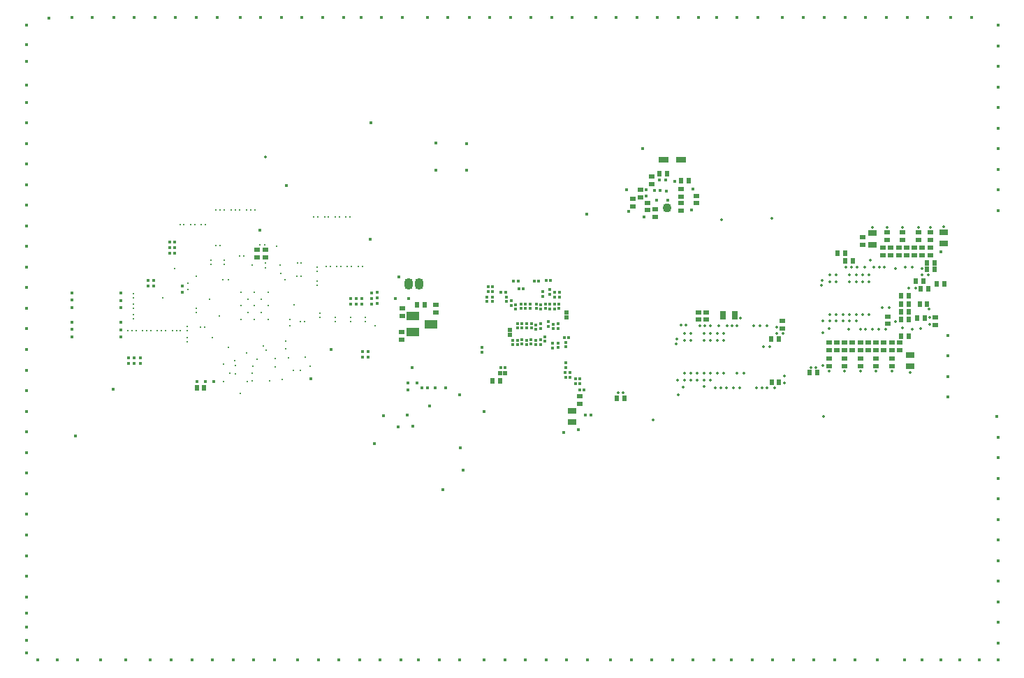
<source format=gbs>
G04*
G04 #@! TF.GenerationSoftware,Altium Limited,Altium Designer,24.0.1 (36)*
G04*
G04 Layer_Color=16711935*
%FSLAX43Y43*%
%MOMM*%
G71*
G04*
G04 #@! TF.SameCoordinates,62AF21CF-6A65-4154-AE07-A74382C3AF13*
G04*
G04*
G04 #@! TF.FilePolarity,Negative*
G04*
G01*
G75*
%ADD14C,0.450*%
%ADD15R,0.610X0.660*%
%ADD16R,0.740X0.990*%
%ADD17R,0.500X0.600*%
%ADD32R,0.990X0.740*%
%ADD33R,0.800X0.610*%
%ADD34R,0.660X0.610*%
%ADD36R,0.450X0.450*%
%ADD38R,0.610X0.800*%
%ADD39O,1.100X1.400*%
%ADD40C,0.350*%
%ADD41C,0.300*%
%ADD102R,0.450X0.450*%
%ADD103C,1.100*%
%ADD104R,0.600X0.500*%
%ADD105R,1.500X1.100*%
%ADD106R,1.100X0.740*%
%ADD107R,1.160X0.640*%
D14*
X112495Y37710D02*
D03*
Y35210D02*
D03*
X118428Y30350D02*
D03*
X112495Y32710D02*
D03*
Y40210D02*
D03*
X111715Y50340D02*
D03*
X2175Y830D02*
D03*
X4600D02*
D03*
X7050D02*
D03*
X9875D02*
D03*
X12900D02*
D03*
X15825D02*
D03*
X825Y1625D02*
D03*
Y3225D02*
D03*
Y4775D02*
D03*
Y6500D02*
D03*
X3600Y78750D02*
D03*
X825Y77825D02*
D03*
Y75500D02*
D03*
Y70575D02*
D03*
X95000Y78775D02*
D03*
X92500D02*
D03*
X115411D02*
D03*
X112911D02*
D03*
X110086D02*
D03*
X97586D02*
D03*
X100086D02*
D03*
X102586D02*
D03*
X105086D02*
D03*
X107586D02*
D03*
X51925D02*
D03*
X49425D02*
D03*
X89486D02*
D03*
X86986D02*
D03*
X84486D02*
D03*
X79836D02*
D03*
X77336D02*
D03*
X74836D02*
D03*
X72336D02*
D03*
X69836D02*
D03*
X82336D02*
D03*
X67011D02*
D03*
X54511D02*
D03*
X57011D02*
D03*
X59511D02*
D03*
X62011D02*
D03*
X64511D02*
D03*
X21436D02*
D03*
X18936D02*
D03*
X16436D02*
D03*
X13936D02*
D03*
X11436D02*
D03*
X23936D02*
D03*
X39261D02*
D03*
X26761D02*
D03*
X29261D02*
D03*
X31761D02*
D03*
X34261D02*
D03*
X36761D02*
D03*
X41411D02*
D03*
X43911D02*
D03*
X46411D02*
D03*
X28386Y830D02*
D03*
X25886D02*
D03*
X23386D02*
D03*
X20886D02*
D03*
X18386D02*
D03*
X30886D02*
D03*
X46211D02*
D03*
X33711D02*
D03*
X36211D02*
D03*
X38711D02*
D03*
X41211D02*
D03*
X43711D02*
D03*
X48361D02*
D03*
X50861D02*
D03*
X53361D02*
D03*
X107300D02*
D03*
X104000Y805D02*
D03*
X101286D02*
D03*
X96311Y830D02*
D03*
X93811D02*
D03*
X91311D02*
D03*
X88811D02*
D03*
X86311D02*
D03*
X98811D02*
D03*
X81661D02*
D03*
X79161D02*
D03*
X76661D02*
D03*
X74161D02*
D03*
X71661D02*
D03*
X84161D02*
D03*
X118625Y2850D02*
D03*
Y5350D02*
D03*
Y7850D02*
D03*
Y10350D02*
D03*
Y12850D02*
D03*
X109425Y830D02*
D03*
X111725D02*
D03*
X113975D02*
D03*
X116325D02*
D03*
X118625D02*
D03*
Y15350D02*
D03*
Y17850D02*
D03*
Y20350D02*
D03*
Y22850D02*
D03*
Y25350D02*
D03*
Y27850D02*
D03*
Y62850D02*
D03*
Y65350D02*
D03*
Y67850D02*
D03*
Y70350D02*
D03*
Y72850D02*
D03*
Y55350D02*
D03*
Y57850D02*
D03*
Y60350D02*
D03*
Y77850D02*
D03*
Y75350D02*
D03*
X825Y23475D02*
D03*
Y25975D02*
D03*
Y28475D02*
D03*
Y30975D02*
D03*
Y33475D02*
D03*
Y8475D02*
D03*
Y10975D02*
D03*
Y13475D02*
D03*
Y15975D02*
D03*
Y18475D02*
D03*
Y20975D02*
D03*
Y35975D02*
D03*
Y73500D02*
D03*
Y66000D02*
D03*
Y68500D02*
D03*
X6350Y78775D02*
D03*
X8850D02*
D03*
X6800Y27975D02*
D03*
X23575Y34600D02*
D03*
X42656Y44024D02*
D03*
X37800Y38525D02*
D03*
X53329Y32955D02*
D03*
X47189Y44713D02*
D03*
X21490Y34600D02*
D03*
X22500D02*
D03*
X42575Y65995D02*
D03*
X50389Y33869D02*
D03*
X68777Y54958D02*
D03*
X49725Y31600D02*
D03*
X47672Y29202D02*
D03*
X48200Y34420D02*
D03*
X47112Y33546D02*
D03*
X46975Y30500D02*
D03*
X47125Y34425D02*
D03*
X47625Y36300D02*
D03*
X50450Y60275D02*
D03*
Y63575D02*
D03*
X45995Y47305D02*
D03*
X53800Y23875D02*
D03*
X53467Y26550D02*
D03*
X51350Y21475D02*
D03*
X54175Y63500D02*
D03*
X54195Y60275D02*
D03*
X42252Y38285D02*
D03*
X41577D02*
D03*
X14637Y36823D02*
D03*
X13912D02*
D03*
X14637Y37498D02*
D03*
X13912D02*
D03*
X13187D02*
D03*
Y36823D02*
D03*
X19700Y46198D02*
D03*
X16298Y46890D02*
D03*
X15623D02*
D03*
X16298Y46165D02*
D03*
X15623D02*
D03*
X18850Y51523D02*
D03*
Y50848D02*
D03*
Y50173D02*
D03*
X18175D02*
D03*
Y50848D02*
D03*
Y51523D02*
D03*
X19702Y45473D02*
D03*
X42535Y51865D02*
D03*
X29100Y52950D02*
D03*
X42656Y45374D02*
D03*
Y44699D02*
D03*
X43326Y44729D02*
D03*
Y45404D02*
D03*
X41473Y44713D02*
D03*
X40798D02*
D03*
X40123D02*
D03*
Y44038D02*
D03*
X40798D02*
D03*
X41473D02*
D03*
X43326Y44054D02*
D03*
X35350Y34945D02*
D03*
X42252Y37560D02*
D03*
X41577D02*
D03*
X32365Y58430D02*
D03*
X45533Y44683D02*
D03*
X12276Y44465D02*
D03*
X12251Y41802D02*
D03*
Y40902D02*
D03*
X12276Y45365D02*
D03*
X6348Y43576D02*
D03*
Y40914D02*
D03*
Y44476D02*
D03*
X12276Y43565D02*
D03*
X6348Y45376D02*
D03*
Y40014D02*
D03*
X11387Y33647D02*
D03*
X12251Y40002D02*
D03*
X6348Y41814D02*
D03*
X44087Y30462D02*
D03*
X43063Y27050D02*
D03*
X45909Y29117D02*
D03*
X75500Y62900D02*
D03*
X73575Y57875D02*
D03*
X73884Y55227D02*
D03*
X56293Y30993D02*
D03*
X825Y51000D02*
D03*
Y48500D02*
D03*
Y46000D02*
D03*
Y43500D02*
D03*
Y41000D02*
D03*
Y38500D02*
D03*
Y63500D02*
D03*
Y61000D02*
D03*
Y58500D02*
D03*
Y56000D02*
D03*
Y53500D02*
D03*
X68836Y830D02*
D03*
X56336D02*
D03*
X58836D02*
D03*
X61336D02*
D03*
X63836D02*
D03*
X66336D02*
D03*
X51631Y33875D02*
D03*
X49475Y33855D02*
D03*
X48806D02*
D03*
X77675Y57800D02*
D03*
X81600Y57950D02*
D03*
X69284Y30569D02*
D03*
X65956Y28400D02*
D03*
X67730Y28759D02*
D03*
X68584Y30569D02*
D03*
X81475Y55405D02*
D03*
X78550Y56630D02*
D03*
X77250D02*
D03*
X76975Y57805D02*
D03*
X75925Y57145D02*
D03*
Y57880D02*
D03*
X78350Y59055D02*
D03*
X77575Y59080D02*
D03*
X79450Y58930D02*
D03*
X78375Y57705D02*
D03*
X75675Y54605D02*
D03*
D15*
X112103Y46453D02*
D03*
X111203D02*
D03*
X110928Y49027D02*
D03*
X110028D02*
D03*
X110928Y48202D02*
D03*
X110028D02*
D03*
X72439Y32556D02*
D03*
X73339D02*
D03*
X110028Y44027D02*
D03*
X109128D02*
D03*
X109728Y42327D02*
D03*
X108828D02*
D03*
X91153Y39752D02*
D03*
X92053D02*
D03*
X91178Y34527D02*
D03*
X92078D02*
D03*
X96680Y35668D02*
D03*
X95780D02*
D03*
X77575Y59864D02*
D03*
X78475D02*
D03*
D16*
X85280Y42670D02*
D03*
X86680D02*
D03*
D17*
X58275Y35625D02*
D03*
X58875D02*
D03*
D32*
X112053Y51328D02*
D03*
Y52728D02*
D03*
X103363Y51228D02*
D03*
Y52628D02*
D03*
X107928Y37827D02*
D03*
Y36427D02*
D03*
D33*
X102228Y52098D02*
D03*
Y51198D02*
D03*
X108478Y49952D02*
D03*
Y50852D02*
D03*
X110378Y49952D02*
D03*
Y50852D02*
D03*
X109428Y49952D02*
D03*
Y50852D02*
D03*
X74375Y56775D02*
D03*
Y55875D02*
D03*
X80175Y55355D02*
D03*
Y56255D02*
D03*
X101928Y39302D02*
D03*
Y38402D02*
D03*
X103828Y39302D02*
D03*
Y38402D02*
D03*
X102878Y39302D02*
D03*
Y38402D02*
D03*
X107528Y49952D02*
D03*
Y50852D02*
D03*
X105628Y49952D02*
D03*
Y50852D02*
D03*
X106578D02*
D03*
Y49952D02*
D03*
X104678D02*
D03*
Y50852D02*
D03*
X100978Y39302D02*
D03*
Y38402D02*
D03*
X99078Y39302D02*
D03*
Y38402D02*
D03*
X100028Y39302D02*
D03*
Y38402D02*
D03*
X98128Y39302D02*
D03*
Y38402D02*
D03*
X83268Y43023D02*
D03*
Y42123D02*
D03*
X82268Y42125D02*
D03*
Y43025D02*
D03*
X104778Y38402D02*
D03*
Y39302D02*
D03*
X105728D02*
D03*
Y38402D02*
D03*
X106678Y39302D02*
D03*
Y38402D02*
D03*
X105228Y41602D02*
D03*
Y42502D02*
D03*
X46300Y39675D02*
D03*
Y40575D02*
D03*
X28805Y49680D02*
D03*
Y50580D02*
D03*
X29780Y49680D02*
D03*
Y50580D02*
D03*
X67890Y32815D02*
D03*
Y31915D02*
D03*
X80171Y57061D02*
D03*
Y57961D02*
D03*
D34*
X108953Y52702D02*
D03*
Y51802D02*
D03*
X107053Y52702D02*
D03*
Y51802D02*
D03*
X105153Y52702D02*
D03*
Y51802D02*
D03*
X110403Y52702D02*
D03*
Y51802D02*
D03*
X77027Y54605D02*
D03*
Y55505D02*
D03*
X111003Y42402D02*
D03*
Y41502D02*
D03*
X76110Y55405D02*
D03*
Y56305D02*
D03*
X101928Y36477D02*
D03*
Y37377D02*
D03*
X103828Y36477D02*
D03*
Y37377D02*
D03*
X105728Y36477D02*
D03*
Y37377D02*
D03*
X98128Y36477D02*
D03*
Y37377D02*
D03*
X100028Y36477D02*
D03*
Y37377D02*
D03*
X92453Y41027D02*
D03*
Y41927D02*
D03*
X50485Y42988D02*
D03*
Y43888D02*
D03*
X46382Y42565D02*
D03*
Y43465D02*
D03*
X76615Y59480D02*
D03*
Y58580D02*
D03*
X75260Y56980D02*
D03*
Y57880D02*
D03*
X82015Y56255D02*
D03*
Y57155D02*
D03*
D36*
X66171Y35716D02*
D03*
X66721D02*
D03*
X66015Y39900D02*
D03*
X66565D02*
D03*
X62950Y46787D02*
D03*
X62400D02*
D03*
X60525Y45850D02*
D03*
X61075D02*
D03*
X58900Y45425D02*
D03*
X58350D02*
D03*
X60452Y46829D02*
D03*
X59902D02*
D03*
X63850Y46837D02*
D03*
X64400D02*
D03*
X58325Y36331D02*
D03*
X58875D02*
D03*
X67925Y34925D02*
D03*
X67375D02*
D03*
X68440Y33588D02*
D03*
X67890D02*
D03*
X67925Y34350D02*
D03*
X67375D02*
D03*
X66198Y35094D02*
D03*
X66748D02*
D03*
D38*
X108678Y46802D02*
D03*
X109578D02*
D03*
X106853Y40127D02*
D03*
X107753D02*
D03*
X106853Y42127D02*
D03*
X107753D02*
D03*
X109228Y45852D02*
D03*
X110128D02*
D03*
X99182Y50175D02*
D03*
X100082D02*
D03*
X100095Y49217D02*
D03*
X100995D02*
D03*
X106853Y43077D02*
D03*
X107753D02*
D03*
X106853Y44027D02*
D03*
X107753D02*
D03*
Y44977D02*
D03*
X106853D02*
D03*
X48183Y43917D02*
D03*
X49083D02*
D03*
X22400Y33879D02*
D03*
X21500D02*
D03*
X57323Y34723D02*
D03*
X58223D02*
D03*
X80207Y58980D02*
D03*
X81107D02*
D03*
D39*
X47175Y46475D02*
D03*
X48425D02*
D03*
D40*
X103143Y49370D02*
D03*
X100500Y40990D02*
D03*
X84766Y41379D02*
D03*
X83780Y41398D02*
D03*
X110276Y43405D02*
D03*
X76844Y29925D02*
D03*
X97475Y30350D02*
D03*
X91234Y54385D02*
D03*
X85100Y54256D02*
D03*
X29780Y61900D02*
D03*
X82978Y35604D02*
D03*
X82178D02*
D03*
X83778D02*
D03*
X87778D02*
D03*
X80578D02*
D03*
X81378D02*
D03*
X86978D02*
D03*
X84578D02*
D03*
X85378D02*
D03*
X83088Y41406D02*
D03*
X82978Y39604D02*
D03*
X82440Y41403D02*
D03*
X83778Y40404D02*
D03*
Y39604D02*
D03*
X82978Y40404D02*
D03*
X90578Y41354D02*
D03*
X91778Y40404D02*
D03*
X90978Y38804D02*
D03*
X91778Y41204D02*
D03*
X89778Y41354D02*
D03*
X90178Y38804D02*
D03*
X79653Y39779D02*
D03*
X80778Y41429D02*
D03*
X81378Y40404D02*
D03*
X80578D02*
D03*
X80178Y41429D02*
D03*
X81378Y39604D02*
D03*
X80578D02*
D03*
X79628Y39179D02*
D03*
X88978Y41354D02*
D03*
X85375Y39615D02*
D03*
X86978Y41354D02*
D03*
X87354Y42317D02*
D03*
X86378Y41354D02*
D03*
X84578Y39604D02*
D03*
X85378Y40404D02*
D03*
X85778Y41379D02*
D03*
X84578Y40404D02*
D03*
X102203Y42729D02*
D03*
X103003D02*
D03*
X101403Y41929D02*
D03*
Y42729D02*
D03*
X101978Y40929D02*
D03*
X103378Y40979D02*
D03*
X102578Y40929D02*
D03*
X91553Y33879D02*
D03*
X87328Y33854D02*
D03*
X83778Y34804D02*
D03*
X90578Y33854D02*
D03*
X89978D02*
D03*
X89378D02*
D03*
X82978Y34004D02*
D03*
X84378Y33854D02*
D03*
X85728D02*
D03*
X84978D02*
D03*
X86528D02*
D03*
X92728Y34454D02*
D03*
Y35254D02*
D03*
X82978Y34804D02*
D03*
X82178D02*
D03*
X107028Y41154D02*
D03*
X104603Y43579D02*
D03*
X108203Y40979D02*
D03*
X104978D02*
D03*
X109195Y41004D02*
D03*
X110353Y41554D02*
D03*
X105403Y43579D02*
D03*
X106228Y41904D02*
D03*
X104178Y40979D02*
D03*
X110353Y42354D02*
D03*
X101928Y35854D02*
D03*
X103828D02*
D03*
X107928Y35704D02*
D03*
X95928Y36329D02*
D03*
X105728Y35854D02*
D03*
X100028D02*
D03*
X98128D02*
D03*
X97422Y36585D02*
D03*
X96528Y36304D02*
D03*
X98203Y42729D02*
D03*
Y41929D02*
D03*
X99803D02*
D03*
X99003D02*
D03*
X92578Y40404D02*
D03*
X99803Y42729D02*
D03*
X100603D02*
D03*
X99003D02*
D03*
X100603Y41929D02*
D03*
X98152Y41071D02*
D03*
X97420Y40520D02*
D03*
X97403Y41929D02*
D03*
X81378Y34804D02*
D03*
X79778D02*
D03*
X73189Y33206D02*
D03*
X80578Y34804D02*
D03*
X80458Y33939D02*
D03*
X79841Y33017D02*
D03*
X72589Y33206D02*
D03*
X108603Y45929D02*
D03*
X107803D02*
D03*
X97253Y46304D02*
D03*
X97278Y46904D02*
D03*
X109403Y47529D02*
D03*
X110428Y53354D02*
D03*
X107053Y53329D02*
D03*
X109403Y48329D02*
D03*
X107413Y48470D02*
D03*
X110203Y47529D02*
D03*
X106203Y48329D02*
D03*
X108213Y48479D02*
D03*
X108953Y53329D02*
D03*
X103003Y46729D02*
D03*
Y47529D02*
D03*
X102203Y46729D02*
D03*
Y47529D02*
D03*
X101403D02*
D03*
X98203D02*
D03*
X100603Y46729D02*
D03*
X101403D02*
D03*
X99003D02*
D03*
X98203D02*
D03*
X100603Y47529D02*
D03*
X99003D02*
D03*
X112053Y53379D02*
D03*
X103603Y48479D02*
D03*
X104803D02*
D03*
X104203D02*
D03*
X101492Y48517D02*
D03*
X105153Y53329D02*
D03*
X103360Y53352D02*
D03*
X100860Y48517D02*
D03*
X100158D02*
D03*
X102483Y48523D02*
D03*
D41*
X28240Y35580D02*
D03*
X15926Y40798D02*
D03*
X15425D02*
D03*
X17726D02*
D03*
X17225D02*
D03*
X16724D02*
D03*
X14924D02*
D03*
X29568Y38952D02*
D03*
X20325Y40750D02*
D03*
X19526Y40798D02*
D03*
X19025D02*
D03*
X18524D02*
D03*
X20325Y39400D02*
D03*
Y39900D02*
D03*
X24725Y36760D02*
D03*
X26110Y37175D02*
D03*
X23410Y39977D02*
D03*
X25335Y38737D02*
D03*
X28300Y36460D02*
D03*
X29870Y38377D02*
D03*
X27565Y38110D02*
D03*
X34025Y35990D02*
D03*
X33200Y35930D02*
D03*
X32235Y38570D02*
D03*
X30985Y36420D02*
D03*
X28785Y37270D02*
D03*
X41904Y41900D02*
D03*
X36420Y42875D02*
D03*
X41904Y42401D02*
D03*
X43100Y41400D02*
D03*
X38304Y41900D02*
D03*
X26850Y42150D02*
D03*
X34125Y47350D02*
D03*
X33625D02*
D03*
X32170Y46930D02*
D03*
X33675Y49000D02*
D03*
X34175D02*
D03*
X38450Y48575D02*
D03*
X38950D02*
D03*
X37150D02*
D03*
X37650D02*
D03*
X36050Y46825D02*
D03*
X36075Y47975D02*
D03*
Y48475D02*
D03*
X36050Y46325D02*
D03*
X13850Y45300D02*
D03*
Y44800D02*
D03*
Y44000D02*
D03*
X20385Y45750D02*
D03*
Y46575D02*
D03*
X21400Y43525D02*
D03*
X17395Y44790D02*
D03*
X13850Y43500D02*
D03*
X19951Y53623D02*
D03*
X19450D02*
D03*
X18850Y48290D02*
D03*
X27524Y55425D02*
D03*
X28025D02*
D03*
X28526D02*
D03*
X25674D02*
D03*
X26175D02*
D03*
X26676D02*
D03*
X24826D02*
D03*
X24325D02*
D03*
X21251Y53623D02*
D03*
X20750D02*
D03*
X22551D02*
D03*
X22050D02*
D03*
X24276Y51123D02*
D03*
X23775D02*
D03*
X23824Y55425D02*
D03*
X24675Y46975D02*
D03*
X25325D02*
D03*
X30150Y45450D02*
D03*
Y43800D02*
D03*
X28500D02*
D03*
X23008Y44625D02*
D03*
X21450Y47348D02*
D03*
X26850Y43800D02*
D03*
Y45450D02*
D03*
X39525Y54575D02*
D03*
X40025D02*
D03*
X41050Y48575D02*
D03*
X41550D02*
D03*
X39750D02*
D03*
X40250D02*
D03*
X23250Y48800D02*
D03*
Y49300D02*
D03*
X31670Y47700D02*
D03*
X29800Y48400D02*
D03*
X28225Y48775D02*
D03*
X31575Y48773D02*
D03*
X24850Y49323D02*
D03*
X26675Y49850D02*
D03*
X27175D02*
D03*
X24850Y48823D02*
D03*
X29100Y51225D02*
D03*
X29763D02*
D03*
X29784Y49027D02*
D03*
X31150Y51033D02*
D03*
X38250Y54575D02*
D03*
X38750D02*
D03*
X36975D02*
D03*
X37475D02*
D03*
X35700D02*
D03*
X36200D02*
D03*
X33280Y43875D02*
D03*
X30960Y37380D02*
D03*
X32235Y39530D02*
D03*
X26165Y36510D02*
D03*
X31850Y34840D02*
D03*
X28240Y34680D02*
D03*
X30285D02*
D03*
X26165Y35550D02*
D03*
X27600Y34640D02*
D03*
X25500Y35610D02*
D03*
X24722Y34610D02*
D03*
X28500Y42150D02*
D03*
X13850Y42200D02*
D03*
X21924Y41202D02*
D03*
X22425D02*
D03*
X21400Y43025D02*
D03*
X13850Y42700D02*
D03*
X20325Y41250D02*
D03*
X14126Y40798D02*
D03*
X13625D02*
D03*
X30150Y42150D02*
D03*
X24188Y42562D02*
D03*
X36420Y42375D02*
D03*
X40104Y42401D02*
D03*
Y41900D02*
D03*
X38304Y42401D02*
D03*
X34635Y37550D02*
D03*
X32590Y37490D02*
D03*
X34575Y41850D02*
D03*
X34075D02*
D03*
X32815Y41397D02*
D03*
X32772Y42100D02*
D03*
X35245Y36460D02*
D03*
X13124Y40798D02*
D03*
X26800Y33125D02*
D03*
X29325Y44625D02*
D03*
X27675D02*
D03*
X28500Y45450D02*
D03*
X29325Y42975D02*
D03*
X27675D02*
D03*
D102*
X65400Y43450D02*
D03*
Y44000D02*
D03*
X65260Y41050D02*
D03*
Y41600D02*
D03*
X65275Y38725D02*
D03*
Y39275D02*
D03*
X64300Y43425D02*
D03*
Y43975D02*
D03*
X64850D02*
D03*
Y43425D02*
D03*
X66255Y36850D02*
D03*
Y36300D02*
D03*
X60351Y41655D02*
D03*
Y41105D02*
D03*
X60160Y43395D02*
D03*
Y43945D02*
D03*
X60915Y41105D02*
D03*
Y41655D02*
D03*
X61476Y41081D02*
D03*
Y41631D02*
D03*
X62038Y41657D02*
D03*
Y41107D02*
D03*
X61350Y43450D02*
D03*
Y44000D02*
D03*
X61900Y43450D02*
D03*
Y44000D02*
D03*
X60800Y43450D02*
D03*
Y44000D02*
D03*
X63162Y41057D02*
D03*
Y41607D02*
D03*
X64083Y41306D02*
D03*
Y41856D02*
D03*
X64705Y41579D02*
D03*
Y41029D02*
D03*
X62600Y40925D02*
D03*
Y41475D02*
D03*
X62592Y39603D02*
D03*
Y39053D02*
D03*
X64607Y39247D02*
D03*
Y38697D02*
D03*
X63714Y39486D02*
D03*
Y40036D02*
D03*
X63154Y39672D02*
D03*
Y39122D02*
D03*
X63200Y43925D02*
D03*
Y43375D02*
D03*
X62650Y43455D02*
D03*
Y44005D02*
D03*
X63750Y43475D02*
D03*
Y44025D02*
D03*
X64900Y44885D02*
D03*
Y45435D02*
D03*
X63400Y45500D02*
D03*
Y44950D02*
D03*
X64305Y45202D02*
D03*
Y45752D02*
D03*
X59805Y39625D02*
D03*
Y39075D02*
D03*
X60355D02*
D03*
Y39625D02*
D03*
X60905Y39148D02*
D03*
Y39698D02*
D03*
X61467Y39074D02*
D03*
Y39624D02*
D03*
X62030Y39133D02*
D03*
Y39683D02*
D03*
X66225Y38800D02*
D03*
Y39350D02*
D03*
X56800Y45550D02*
D03*
Y46100D02*
D03*
X57375Y45550D02*
D03*
Y46100D02*
D03*
X59609Y44406D02*
D03*
Y43856D02*
D03*
X56064Y38198D02*
D03*
Y38748D02*
D03*
X57350Y44875D02*
D03*
Y44325D02*
D03*
X56696Y44880D02*
D03*
Y44330D02*
D03*
X65500Y45433D02*
D03*
Y44883D02*
D03*
X59050Y44300D02*
D03*
Y44850D02*
D03*
D103*
X78516Y55665D02*
D03*
D104*
X66300Y42975D02*
D03*
Y42375D02*
D03*
X59425Y40300D02*
D03*
Y40900D02*
D03*
D105*
X47673Y40623D02*
D03*
Y42523D02*
D03*
X49873Y41573D02*
D03*
D106*
X67000Y29675D02*
D03*
Y31075D02*
D03*
D107*
X78055Y61562D02*
D03*
X80195D02*
D03*
M02*

</source>
